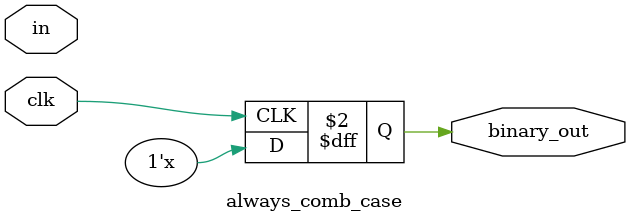
<source format=sv>
module always_comb_case(
    binary_out, //  4 bit binary Output
    in,
    clk
    );
    output bit binary_out  ;
    input bit [1:0] in;
    input bit clk;
          
     always_ff @ (posedge clk) begin
        binary_out <= in[5];
     end

    
    endmodule
</source>
